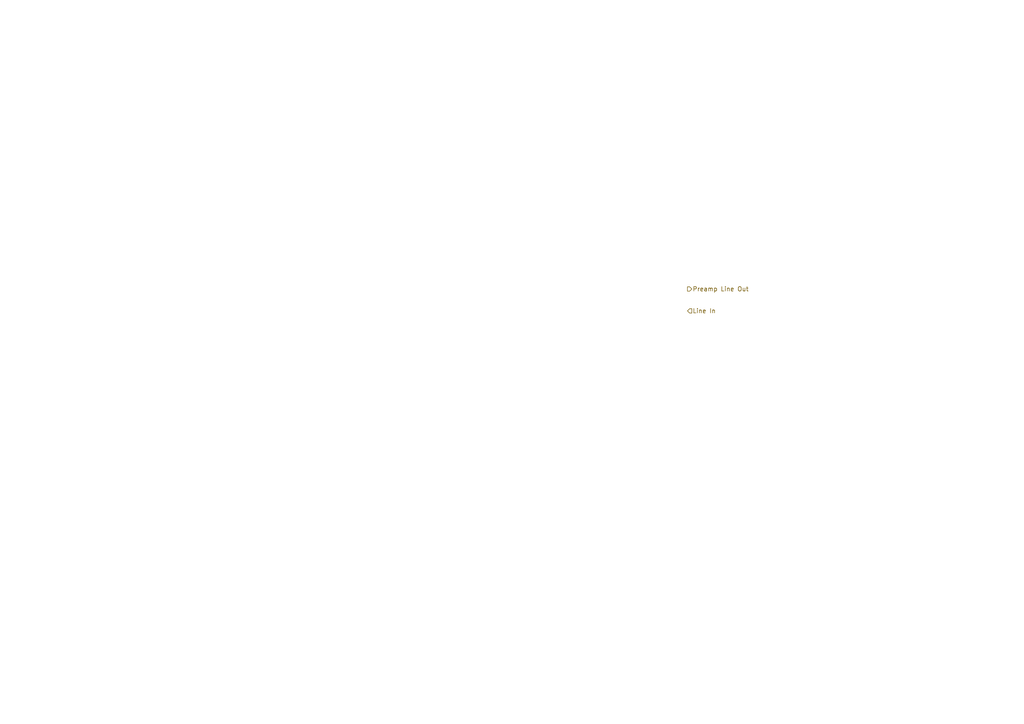
<source format=kicad_sch>
(kicad_sch
	(version 20231120)
	(generator "eeschema")
	(generator_version "8.0")
	(uuid "758ffb69-ff8a-47c6-93b8-0f24ff8871dd")
	(paper "A4")
	(lib_symbols)
	(hierarchical_label "Line In"
		(shape input)
		(at 199.39 90.17 0)
		(fields_autoplaced yes)
		(effects
			(font
				(size 1.27 1.27)
			)
			(justify left)
		)
		(uuid "3992cb83-8b34-462a-9643-d7d986986bf3")
	)
	(hierarchical_label "Preamp Line Out"
		(shape output)
		(at 199.39 83.82 0)
		(fields_autoplaced yes)
		(effects
			(font
				(size 1.27 1.27)
			)
			(justify left)
		)
		(uuid "629d8b63-fcf6-4d95-a78a-3f637fd2e284")
	)
)
</source>
